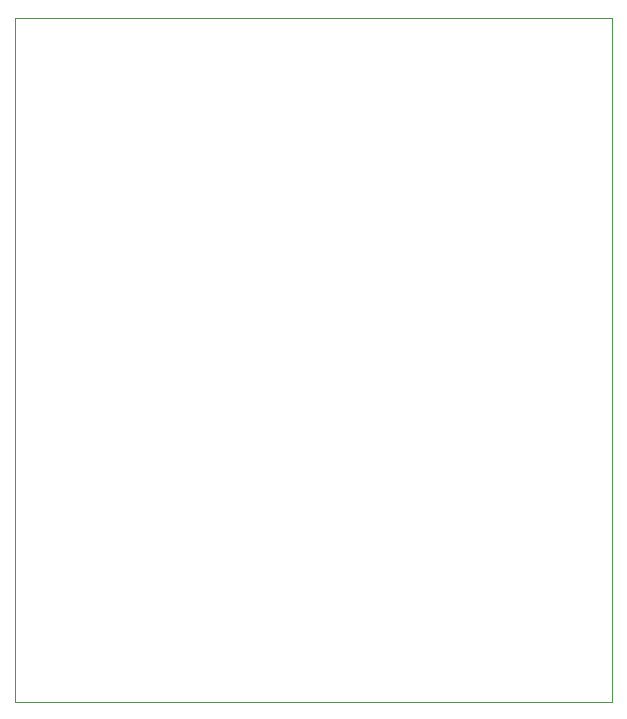
<source format=gbr>
%TF.GenerationSoftware,KiCad,Pcbnew,(5.1.6)-1*%
%TF.CreationDate,2020-09-22T21:52:58+03:00*%
%TF.ProjectId,RAM_ROM_devboard,52414d5f-524f-44d5-9f64-6576626f6172,rev?*%
%TF.SameCoordinates,Original*%
%TF.FileFunction,Profile,NP*%
%FSLAX46Y46*%
G04 Gerber Fmt 4.6, Leading zero omitted, Abs format (unit mm)*
G04 Created by KiCad (PCBNEW (5.1.6)-1) date 2020-09-22 21:52:58*
%MOMM*%
%LPD*%
G01*
G04 APERTURE LIST*
%TA.AperFunction,Profile*%
%ADD10C,0.050000*%
%TD*%
G04 APERTURE END LIST*
D10*
X96393000Y-121920000D02*
X96393000Y-64008000D01*
X146939000Y-121920000D02*
X96393000Y-121920000D01*
X146939000Y-64008000D02*
X146939000Y-121920000D01*
X96393000Y-64008000D02*
X146939000Y-64008000D01*
M02*

</source>
